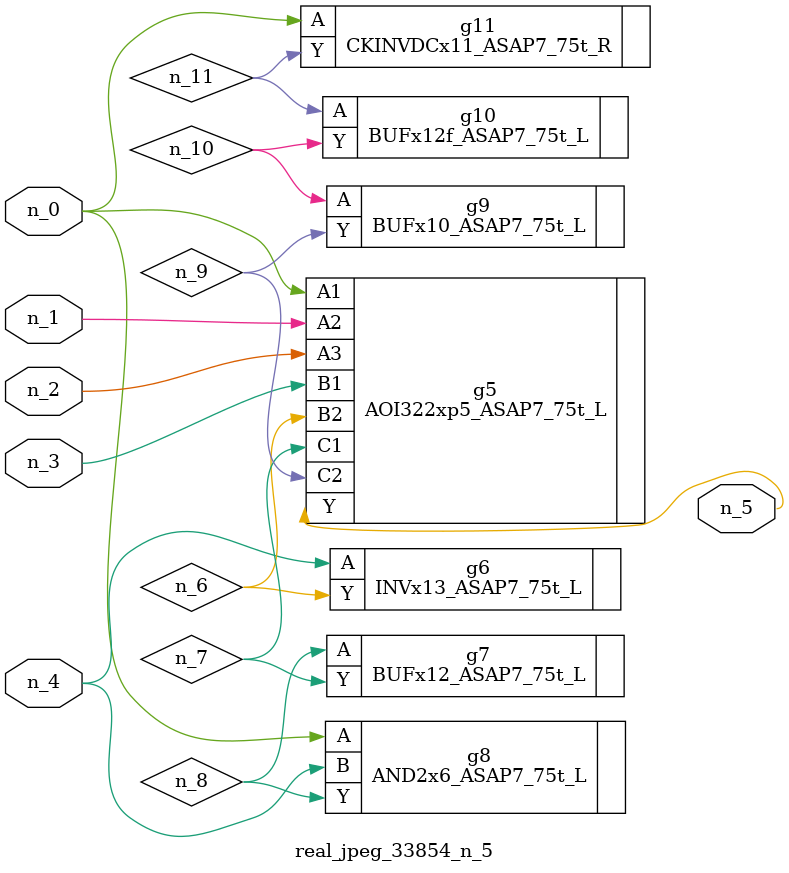
<source format=v>
module real_jpeg_33854_n_5 (n_4, n_0, n_1, n_2, n_3, n_5);

input n_4;
input n_0;
input n_1;
input n_2;
input n_3;

output n_5;

wire n_8;
wire n_11;
wire n_6;
wire n_7;
wire n_10;
wire n_9;

AOI322xp5_ASAP7_75t_L g5 ( 
.A1(n_0),
.A2(n_1),
.A3(n_2),
.B1(n_3),
.B2(n_6),
.C1(n_7),
.C2(n_9),
.Y(n_5)
);

AND2x6_ASAP7_75t_L g8 ( 
.A(n_0),
.B(n_4),
.Y(n_8)
);

CKINVDCx11_ASAP7_75t_R g11 ( 
.A(n_0),
.Y(n_11)
);

INVx13_ASAP7_75t_L g6 ( 
.A(n_4),
.Y(n_6)
);

BUFx12_ASAP7_75t_L g7 ( 
.A(n_8),
.Y(n_7)
);

BUFx10_ASAP7_75t_L g9 ( 
.A(n_10),
.Y(n_9)
);

BUFx12f_ASAP7_75t_L g10 ( 
.A(n_11),
.Y(n_10)
);


endmodule
</source>
